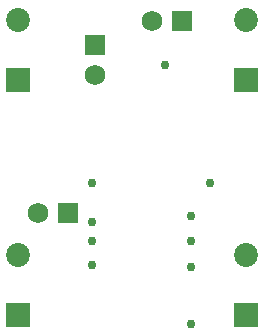
<source format=gbs>
G04*
G04 #@! TF.GenerationSoftware,Altium Limited,Altium Designer,20.1.14 (287)*
G04*
G04 Layer_Color=16711935*
%FSLAX25Y25*%
%MOIN*%
G70*
G04*
G04 #@! TF.SameCoordinates,58FA20B0-04EF-4904-8C8B-07311CCFBB01*
G04*
G04*
G04 #@! TF.FilePolarity,Negative*
G04*
G01*
G75*
%ADD29C,0.07956*%
%ADD30R,0.07956X0.07956*%
%ADD31R,0.06890X0.06890*%
%ADD32C,0.06890*%
%ADD33R,0.06890X0.06890*%
%ADD34C,0.02953*%
D29*
X186984Y492283D02*
D03*
X111000D02*
D03*
X186984Y414000D02*
D03*
X111000D02*
D03*
D30*
X186984Y472284D02*
D03*
X111000D02*
D03*
X186984Y394000D02*
D03*
X111000D02*
D03*
D31*
X127500Y428000D02*
D03*
X165500Y492000D02*
D03*
D32*
X117500Y428000D02*
D03*
X155500Y492000D02*
D03*
X136500Y474000D02*
D03*
D33*
Y484000D02*
D03*
D34*
X160079Y477087D02*
D03*
X174870Y438000D02*
D03*
X135500D02*
D03*
Y410500D02*
D03*
Y418500D02*
D03*
Y425000D02*
D03*
X168500Y391000D02*
D03*
Y410000D02*
D03*
Y418500D02*
D03*
Y427000D02*
D03*
M02*

</source>
